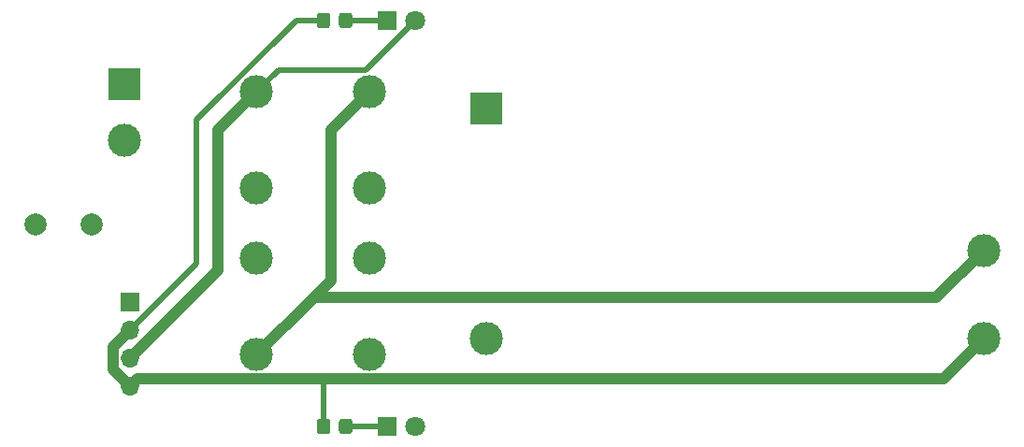
<source format=gtl>
G04 #@! TF.GenerationSoftware,KiCad,Pcbnew,(5.1.10)-1*
G04 #@! TF.CreationDate,2021-08-09T14:03:53+02:00*
G04 #@! TF.ProjectId,PSU,5053552e-6b69-4636-9164-5f7063625858,rev?*
G04 #@! TF.SameCoordinates,Original*
G04 #@! TF.FileFunction,Copper,L1,Top*
G04 #@! TF.FilePolarity,Positive*
%FSLAX46Y46*%
G04 Gerber Fmt 4.6, Leading zero omitted, Abs format (unit mm)*
G04 Created by KiCad (PCBNEW (5.1.10)-1) date 2021-08-09 14:03:53*
%MOMM*%
%LPD*%
G01*
G04 APERTURE LIST*
G04 #@! TA.AperFunction,ComponentPad*
%ADD10C,1.800000*%
G04 #@! TD*
G04 #@! TA.AperFunction,ComponentPad*
%ADD11R,1.800000X1.800000*%
G04 #@! TD*
G04 #@! TA.AperFunction,ComponentPad*
%ADD12C,3.000000*%
G04 #@! TD*
G04 #@! TA.AperFunction,ComponentPad*
%ADD13R,3.000000X3.000000*%
G04 #@! TD*
G04 #@! TA.AperFunction,ComponentPad*
%ADD14O,1.700000X1.700000*%
G04 #@! TD*
G04 #@! TA.AperFunction,ComponentPad*
%ADD15R,1.700000X1.700000*%
G04 #@! TD*
G04 #@! TA.AperFunction,ComponentPad*
%ADD16C,2.000000*%
G04 #@! TD*
G04 #@! TA.AperFunction,Conductor*
%ADD17C,1.000000*%
G04 #@! TD*
G04 #@! TA.AperFunction,Conductor*
%ADD18C,0.500000*%
G04 #@! TD*
G04 APERTURE END LIST*
G04 #@! TA.AperFunction,SMDPad,CuDef*
G36*
G01*
X175350000Y-76549999D02*
X175350000Y-77450001D01*
G75*
G02*
X175100001Y-77700000I-249999J0D01*
G01*
X174399999Y-77700000D01*
G75*
G02*
X174150000Y-77450001I0J249999D01*
G01*
X174150000Y-76549999D01*
G75*
G02*
X174399999Y-76300000I249999J0D01*
G01*
X175100001Y-76300000D01*
G75*
G02*
X175350000Y-76549999I0J-249999D01*
G01*
G37*
G04 #@! TD.AperFunction*
G04 #@! TA.AperFunction,SMDPad,CuDef*
G36*
G01*
X177350000Y-76549999D02*
X177350000Y-77450001D01*
G75*
G02*
X177100001Y-77700000I-249999J0D01*
G01*
X176399999Y-77700000D01*
G75*
G02*
X176150000Y-77450001I0J249999D01*
G01*
X176150000Y-76549999D01*
G75*
G02*
X176399999Y-76300000I249999J0D01*
G01*
X177100001Y-76300000D01*
G75*
G02*
X177350000Y-76549999I0J-249999D01*
G01*
G37*
G04 #@! TD.AperFunction*
G04 #@! TA.AperFunction,SMDPad,CuDef*
G36*
G01*
X175350000Y-113299999D02*
X175350000Y-114200001D01*
G75*
G02*
X175100001Y-114450000I-249999J0D01*
G01*
X174399999Y-114450000D01*
G75*
G02*
X174150000Y-114200001I0J249999D01*
G01*
X174150000Y-113299999D01*
G75*
G02*
X174399999Y-113050000I249999J0D01*
G01*
X175100001Y-113050000D01*
G75*
G02*
X175350000Y-113299999I0J-249999D01*
G01*
G37*
G04 #@! TD.AperFunction*
G04 #@! TA.AperFunction,SMDPad,CuDef*
G36*
G01*
X177350000Y-113299999D02*
X177350000Y-114200001D01*
G75*
G02*
X177100001Y-114450000I-249999J0D01*
G01*
X176399999Y-114450000D01*
G75*
G02*
X176150000Y-114200001I0J249999D01*
G01*
X176150000Y-113299999D01*
G75*
G02*
X176399999Y-113050000I249999J0D01*
G01*
X177100001Y-113050000D01*
G75*
G02*
X177350000Y-113299999I0J-249999D01*
G01*
G37*
G04 #@! TD.AperFunction*
D10*
X183040000Y-77000000D03*
D11*
X180500000Y-77000000D03*
D10*
X183040000Y-113750000D03*
D11*
X180500000Y-113750000D03*
D12*
X178900000Y-107250000D03*
X168700000Y-107250000D03*
X178900000Y-98550000D03*
X168700000Y-98550000D03*
X168700000Y-83450000D03*
X178900000Y-83450000D03*
X168700000Y-92150000D03*
X178900000Y-92150000D03*
D13*
X189500000Y-85000000D03*
D12*
X234500000Y-97800000D03*
X189500000Y-105800000D03*
X234500000Y-105800000D03*
D14*
X157250000Y-110120000D03*
X157250000Y-107580000D03*
X157250000Y-105040000D03*
D15*
X157250000Y-102500000D03*
D12*
X156750000Y-87830000D03*
D13*
X156750000Y-82750000D03*
D16*
X148670000Y-95500000D03*
X153750000Y-95500000D03*
D17*
X157919999Y-109450001D02*
X157250000Y-110120000D01*
X234500000Y-105800000D02*
X230849999Y-109450001D01*
X155699999Y-106590001D02*
X157250000Y-105040000D01*
X155699999Y-108569999D02*
X155699999Y-106590001D01*
X157250000Y-110120000D02*
X155699999Y-108569999D01*
D18*
X174750000Y-109500000D02*
X174799999Y-109450001D01*
X174750000Y-113750000D02*
X174750000Y-109500000D01*
D17*
X174799999Y-109450001D02*
X157919999Y-109450001D01*
X230849999Y-109450001D02*
X174799999Y-109450001D01*
D18*
X172263998Y-77000000D02*
X163250000Y-86013998D01*
X174750000Y-77000000D02*
X172263998Y-77000000D01*
X163250000Y-99040000D02*
X157250000Y-105040000D01*
X163250000Y-86013998D02*
X163250000Y-99040000D01*
D17*
X175399999Y-86950001D02*
X178900000Y-83450000D01*
X175399999Y-100550001D02*
X175399999Y-86950001D01*
X173899999Y-102050001D02*
X173725000Y-102225000D01*
X230249999Y-102050001D02*
X173899999Y-102050001D01*
X234500000Y-97800000D02*
X230249999Y-102050001D01*
X173725000Y-102225000D02*
X175399999Y-100550001D01*
X168700000Y-107250000D02*
X173725000Y-102225000D01*
D18*
X176750000Y-113750000D02*
X180500000Y-113750000D01*
D17*
X165199999Y-99630001D02*
X157250000Y-107580000D01*
X165199999Y-86950001D02*
X165199999Y-99630001D01*
X168700000Y-83450000D02*
X165199999Y-86950001D01*
D18*
X178540001Y-81499999D02*
X183040000Y-77000000D01*
X170650001Y-81499999D02*
X178540001Y-81499999D01*
X168700000Y-83450000D02*
X170650001Y-81499999D01*
X176750000Y-77000000D02*
X180500000Y-77000000D01*
M02*

</source>
